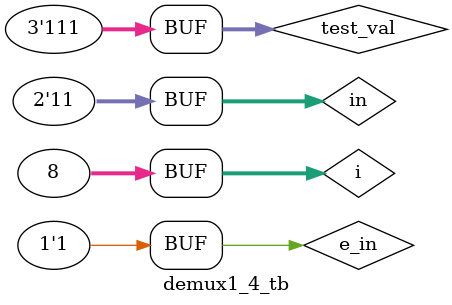
<source format=v>
`timescale 1ns / 1ps


module demux1_4_tb;
    reg e_in;
    reg [1:0] in;
    wire [3:0]c_out;
    demux1_4 my_demux(
        .a(in),
        .e(e_in),
        .c(c_out)
    );
    integer i;
    reg [2:0] test_val;
    initial begin
        for(i = 0; i < 8; i = i + 1) begin
            test_val = i;
            in = i;
            e_in = test_val[2];
            #10;
            
        end
    end
endmodule

</source>
